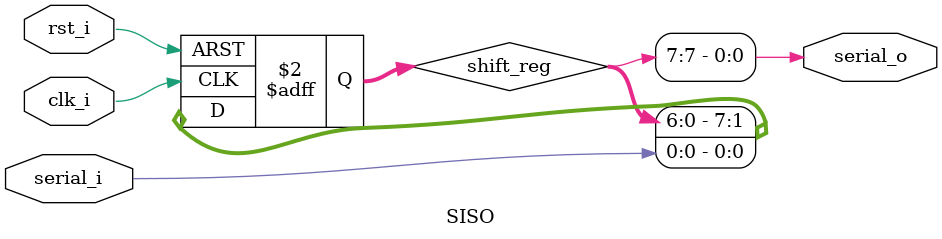
<source format=v>
/* ***********************************************************************************
 * Module Name: Parameterizable SISO (Serial-In Serial-Out Shift Register)
 * Description: Implements a Serial-In Serial-Out shift register that receives
 *              data serially and shifts it out serially. Used for data manipulation
 *              in applications requiring data serialization.
 *
 * Author: Pereira, Rodrigo
 * Creation Date: 06/05/2024
 * Revision: Version 1.0
 *
 * Inputs:
 *     clk_i      - System clock.
 *     rst_i      - Reset signal that resets the register.
 *     serial_i   - Serial input data.
 *
 * Outputs:
 *     serial_o   - Serial output of shifted data.
 *
 * Parameter:
 *     N 		  - Parameterizable N size
 *
 * Notes:
 *     This module is useful for testing and rapid prototyping in embedded systems.
 * *********************************************************************************/
module SISO
#(parameter N = 8)
(
	clk_i, 
	rst_i, 
	serial_i, 
	serial_o
);

input clk_i, rst_i, serial_i;
    
output serial_o;
reg [N-1:0] shift_reg;

always @(posedge clk_i or posedge rst_i) 
begin
    if (rst_i) shift_reg <= {N-1{1'b0}};
    else shift_reg <= {shift_reg[N-2:0], serial_i};
end

assign serial_o = shift_reg[N-1];

endmodule
</source>
